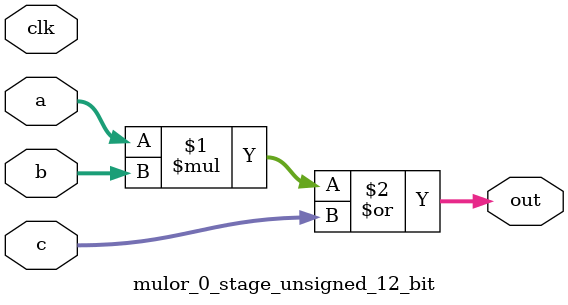
<source format=sv>
(* use_dsp = "yes" *) module mulor_0_stage_unsigned_12_bit(
	input  [11:0] a,
	input  [11:0] b,
	input  [11:0] c,
	output [11:0] out,
	input clk);

	assign out = (a * b) | c;
endmodule

</source>
